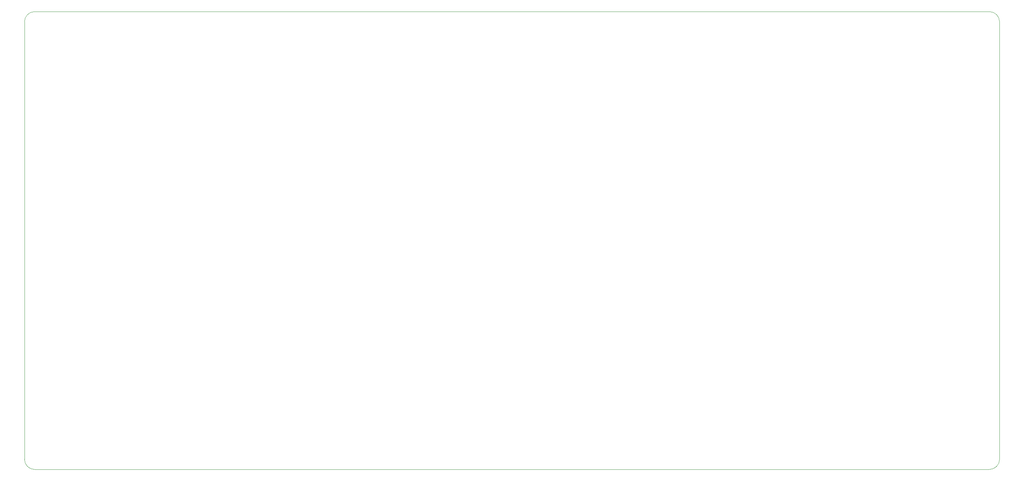
<source format=gm1>
%TF.GenerationSoftware,KiCad,Pcbnew,(5.1.10)-1*%
%TF.CreationDate,2021-08-29T21:53:34+02:00*%
%TF.ProjectId,giulia,6769756c-6961-42e6-9b69-6361645f7063,rev?*%
%TF.SameCoordinates,Original*%
%TF.FileFunction,Profile,NP*%
%FSLAX46Y46*%
G04 Gerber Fmt 4.6, Leading zero omitted, Abs format (unit mm)*
G04 Created by KiCad (PCBNEW (5.1.10)-1) date 2021-08-29 21:53:34*
%MOMM*%
%LPD*%
G01*
G04 APERTURE LIST*
%TA.AperFunction,Profile*%
%ADD10C,0.050000*%
%TD*%
G04 APERTURE END LIST*
D10*
X29718000Y-22479000D02*
X29718000Y-131191000D01*
X269367000Y-19939000D02*
X32258000Y-19939000D01*
X271907000Y-131191000D02*
X271907000Y-22479000D01*
X32258000Y-133731000D02*
X269367000Y-133731000D01*
X269367000Y-19939000D02*
G75*
G02*
X271907000Y-22479000I0J-2540000D01*
G01*
X29718000Y-22479000D02*
G75*
G02*
X32258000Y-19939000I2540000J0D01*
G01*
X32258000Y-133731000D02*
G75*
G02*
X29718000Y-131191000I0J2540000D01*
G01*
X271907000Y-131191000D02*
G75*
G02*
X269367000Y-133731000I-2540000J0D01*
G01*
M02*

</source>
